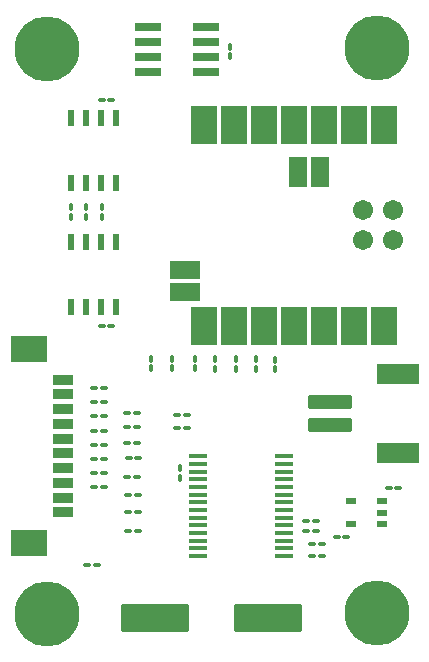
<source format=gbr>
%TF.GenerationSoftware,KiCad,Pcbnew,8.0.7*%
%TF.CreationDate,2025-01-13T12:12:40+05:30*%
%TF.ProjectId,STHDAQ_BX,53544844-4151-45f4-9258-2e6b69636164,rev?*%
%TF.SameCoordinates,Original*%
%TF.FileFunction,Soldermask,Top*%
%TF.FilePolarity,Negative*%
%FSLAX46Y46*%
G04 Gerber Fmt 4.6, Leading zero omitted, Abs format (unit mm)*
G04 Created by KiCad (PCBNEW 8.0.7) date 2025-01-13 12:12:40*
%MOMM*%
%LPD*%
G01*
G04 APERTURE LIST*
G04 Aperture macros list*
%AMRoundRect*
0 Rectangle with rounded corners*
0 $1 Rounding radius*
0 $2 $3 $4 $5 $6 $7 $8 $9 X,Y pos of 4 corners*
0 Add a 4 corners polygon primitive as box body*
4,1,4,$2,$3,$4,$5,$6,$7,$8,$9,$2,$3,0*
0 Add four circle primitives for the rounded corners*
1,1,$1+$1,$2,$3*
1,1,$1+$1,$4,$5*
1,1,$1+$1,$6,$7*
1,1,$1+$1,$8,$9*
0 Add four rect primitives between the rounded corners*
20,1,$1+$1,$2,$3,$4,$5,0*
20,1,$1+$1,$4,$5,$6,$7,0*
20,1,$1+$1,$6,$7,$8,$9,0*
20,1,$1+$1,$8,$9,$2,$3,0*%
G04 Aperture macros list end*
%ADD10RoundRect,0.102000X0.990600X0.266700X-0.990600X0.266700X-0.990600X-0.266700X0.990600X-0.266700X0*%
%ADD11RoundRect,0.102000X-1.750000X0.500000X-1.750000X-0.500000X1.750000X-0.500000X1.750000X0.500000X0*%
%ADD12RoundRect,0.102000X-1.700000X0.750000X-1.700000X-0.750000X1.700000X-0.750000X1.700000X0.750000X0*%
%ADD13C,3.600000*%
%ADD14C,5.500000*%
%ADD15R,0.946899X0.508000*%
%ADD16RoundRect,0.100000X0.100000X-0.217500X0.100000X0.217500X-0.100000X0.217500X-0.100000X-0.217500X0*%
%ADD17RoundRect,0.100000X-0.217500X-0.100000X0.217500X-0.100000X0.217500X0.100000X-0.217500X0.100000X0*%
%ADD18RoundRect,0.100000X-0.100000X0.217500X-0.100000X-0.217500X0.100000X-0.217500X0.100000X0.217500X0*%
%ADD19RoundRect,0.100000X0.217500X0.100000X-0.217500X0.100000X-0.217500X-0.100000X0.217500X-0.100000X0*%
%ADD20RoundRect,0.102000X2.800000X1.050000X-2.800000X1.050000X-2.800000X-1.050000X2.800000X-1.050000X0*%
%ADD21R,0.558000X1.454899*%
%ADD22R,1.701800X0.812800*%
%ADD23R,3.098800X2.209800*%
%ADD24RoundRect,0.033060X-1.068940X1.568940X-1.068940X-1.568940X1.068940X-1.568940X1.068940X1.568940X0*%
%ADD25RoundRect,0.030080X-0.721920X1.221920X-0.721920X-1.221920X0.721920X-1.221920X0.721920X1.221920X0*%
%ADD26RoundRect,0.030080X-1.221920X0.721920X-1.221920X-0.721920X1.221920X-0.721920X1.221920X0.721920X0*%
%ADD27C,1.704000*%
%ADD28R,1.639799X0.431000*%
G04 APERTURE END LIST*
D10*
%TO.C,U6*%
X187463800Y-86105000D03*
X187463800Y-84835000D03*
X187463800Y-83565000D03*
X187463800Y-82295000D03*
X182536200Y-82295000D03*
X182536200Y-83565000D03*
X182536200Y-84835000D03*
X182536200Y-86105000D03*
%TD*%
D11*
%TO.C,P1*%
X197915000Y-114060000D03*
X197915000Y-116060000D03*
D12*
X203665000Y-111710000D03*
X203665000Y-118410000D03*
%TD*%
D13*
%TO.C,H4*%
X201900000Y-131900000D03*
D14*
X201900000Y-131900000D03*
%TD*%
D13*
%TO.C,H3*%
X174000000Y-132000000D03*
D14*
X174000000Y-132000000D03*
%TD*%
%TO.C,H2*%
X174000000Y-84200000D03*
D13*
X174000000Y-84200000D03*
%TD*%
%TO.C,H1*%
X201900000Y-84100000D03*
D14*
X201900000Y-84100000D03*
%TD*%
D15*
%TO.C,U2*%
X199746449Y-124380001D03*
X199746449Y-122479999D03*
X202293551Y-122479999D03*
X202293551Y-123430000D03*
X202293551Y-124380001D03*
%TD*%
D16*
%TO.C,R13*%
X182770000Y-111217500D03*
X182770000Y-110402500D03*
%TD*%
D17*
%TO.C,R8*%
X177982500Y-118890000D03*
X178797500Y-118890000D03*
%TD*%
D18*
%TO.C,R1*%
X177300000Y-97592500D03*
X177300000Y-98407500D03*
%TD*%
D17*
%TO.C,C9*%
X184980000Y-116290000D03*
X185795000Y-116290000D03*
%TD*%
D19*
%TO.C,C1*%
X203727500Y-121380000D03*
X202912500Y-121380000D03*
%TD*%
D20*
%TO.C,Y1*%
X192650000Y-132400000D03*
X183150000Y-132400000D03*
%TD*%
D19*
%TO.C,C7*%
X179407500Y-107600000D03*
X178592500Y-107600000D03*
%TD*%
D17*
%TO.C,C8*%
X185015000Y-115140000D03*
X185830000Y-115140000D03*
%TD*%
D18*
%TO.C,R16*%
X193260000Y-110492500D03*
X193260000Y-111307500D03*
%TD*%
D19*
%TO.C,C3*%
X179407500Y-88500000D03*
X178592500Y-88500000D03*
%TD*%
D21*
%TO.C,U3*%
X179800000Y-100557304D03*
X178530000Y-100557304D03*
X177260000Y-100557304D03*
X175990000Y-100557304D03*
X175990000Y-106000000D03*
X177260000Y-106000000D03*
X178530000Y-106000000D03*
X179800000Y-106000000D03*
%TD*%
D22*
%TO.C,J1*%
X175304500Y-112175000D03*
X175304500Y-113425000D03*
X175304500Y-114675000D03*
X175304500Y-115925000D03*
X175304500Y-117175000D03*
X175304500Y-118425000D03*
X175304500Y-119675000D03*
X175304500Y-120925000D03*
X175304500Y-122175000D03*
X175304500Y-123425000D03*
D23*
X172404501Y-125975000D03*
X172404501Y-109625000D03*
%TD*%
D19*
%TO.C,C23*%
X178207500Y-127900000D03*
X177392500Y-127900000D03*
%TD*%
D17*
%TO.C,C21*%
X180862500Y-124960000D03*
X181677500Y-124960000D03*
%TD*%
%TO.C,R7*%
X177982500Y-117690000D03*
X178797500Y-117690000D03*
%TD*%
D18*
%TO.C,R14*%
X189930000Y-111257500D03*
X189930000Y-110442500D03*
%TD*%
D19*
%TO.C,C10*%
X197240000Y-127070000D03*
X196425000Y-127070000D03*
%TD*%
D17*
%TO.C,C17*%
X180872500Y-118850000D03*
X181687500Y-118850000D03*
%TD*%
D19*
%TO.C,C11*%
X197250000Y-126110000D03*
X196435000Y-126110000D03*
%TD*%
D17*
%TO.C,R9*%
X177982500Y-120090000D03*
X178797500Y-120090000D03*
%TD*%
%TO.C,C20*%
X180842500Y-123350000D03*
X181657500Y-123350000D03*
%TD*%
D24*
%TO.C,U5*%
X202520000Y-90600000D03*
X199980000Y-90600000D03*
X197440000Y-90600000D03*
X194900000Y-90600000D03*
X197440000Y-107600000D03*
X192360000Y-90600000D03*
X189820000Y-90600000D03*
X187280000Y-90600000D03*
X187280000Y-107600000D03*
X189820000Y-107600000D03*
X192360000Y-107600000D03*
X194900000Y-107600000D03*
D25*
X197100000Y-94600000D03*
X195200000Y-94600000D03*
D24*
X199980000Y-107600000D03*
D26*
X185650000Y-102900000D03*
X185650000Y-104800000D03*
D27*
X200750000Y-100370000D03*
X200750000Y-97830000D03*
X203290000Y-100370000D03*
X203290000Y-97830000D03*
D24*
X202520000Y-107600000D03*
%TD*%
D16*
%TO.C,R2*%
X188210000Y-111237500D03*
X188210000Y-110422500D03*
%TD*%
D18*
%TO.C,R15*%
X191700000Y-110462500D03*
X191700000Y-111277500D03*
%TD*%
%TO.C,C6*%
X185190000Y-119682500D03*
X185190000Y-120497500D03*
%TD*%
%TO.C,C22*%
X189500000Y-83992500D03*
X189500000Y-84807500D03*
%TD*%
D17*
%TO.C,R3*%
X177967500Y-112890000D03*
X178782500Y-112890000D03*
%TD*%
%TO.C,C16*%
X180752500Y-117560000D03*
X181567500Y-117560000D03*
%TD*%
D19*
%TO.C,C13*%
X196707500Y-125010000D03*
X195892500Y-125010000D03*
%TD*%
D17*
%TO.C,R4*%
X177967500Y-114090000D03*
X178782500Y-114090000D03*
%TD*%
%TO.C,C18*%
X181587500Y-120400000D03*
X180772500Y-120400000D03*
%TD*%
%TO.C,R6*%
X177975000Y-116490000D03*
X178790000Y-116490000D03*
%TD*%
D16*
%TO.C,R11*%
X186530000Y-111217500D03*
X186530000Y-110402500D03*
%TD*%
D17*
%TO.C,R5*%
X177967500Y-115290000D03*
X178782500Y-115290000D03*
%TD*%
%TO.C,C14*%
X180740000Y-115000000D03*
X181555000Y-115000000D03*
%TD*%
D21*
%TO.C,U4*%
X179800000Y-90057304D03*
X178530000Y-90057304D03*
X177260000Y-90057304D03*
X175990000Y-90057304D03*
X175990000Y-95500000D03*
X177260000Y-95500000D03*
X178530000Y-95500000D03*
X179800000Y-95500000D03*
%TD*%
D18*
%TO.C,C5*%
X178600000Y-97592500D03*
X178600000Y-98407500D03*
%TD*%
D19*
%TO.C,C12*%
X196727500Y-124170000D03*
X195912500Y-124170000D03*
%TD*%
D16*
%TO.C,R12*%
X184510000Y-111217500D03*
X184510000Y-110402500D03*
%TD*%
D28*
%TO.C,U1*%
X186767800Y-118675000D03*
X186767800Y-119325001D03*
X186767800Y-119975000D03*
X186767800Y-120625001D03*
X186767800Y-121274999D03*
X186767800Y-121925001D03*
X186767800Y-122574999D03*
X186767800Y-123224998D03*
X186767800Y-123874999D03*
X186767800Y-124524998D03*
X186767800Y-125174999D03*
X186767800Y-125824998D03*
X186767800Y-126474999D03*
X186767800Y-127124998D03*
X194032200Y-127125000D03*
X194032200Y-126474999D03*
X194032200Y-125825000D03*
X194032200Y-125174999D03*
X194032200Y-124525001D03*
X194032200Y-123874999D03*
X194032200Y-123225001D03*
X194032200Y-122574999D03*
X194032200Y-121925001D03*
X194032200Y-121274999D03*
X194032200Y-120625001D03*
X194032200Y-119975000D03*
X194032200Y-119325001D03*
X194032200Y-118675000D03*
%TD*%
D19*
%TO.C,C2*%
X199317500Y-125540000D03*
X198502500Y-125540000D03*
%TD*%
D17*
%TO.C,R10*%
X177982500Y-121290000D03*
X178797500Y-121290000D03*
%TD*%
D16*
%TO.C,C4*%
X176000000Y-98407500D03*
X176000000Y-97592500D03*
%TD*%
D17*
%TO.C,C19*%
X181637500Y-121940000D03*
X180822500Y-121940000D03*
%TD*%
%TO.C,C15*%
X181555000Y-116200000D03*
X180740000Y-116200000D03*
%TD*%
M02*

</source>
